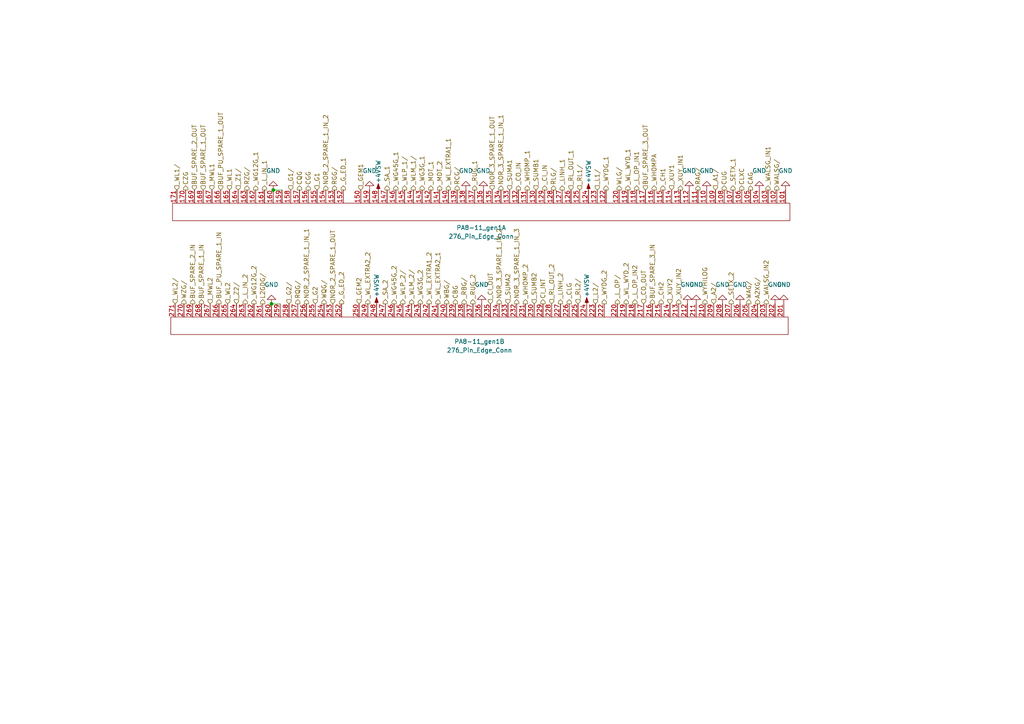
<source format=kicad_sch>
(kicad_sch (version 20211123) (generator eeschema)
  (paper "A4")
  (title_block (title "Logic Flow Diagram - Logic Module A8-A11 Generic") (rev "a") (comment 1 "Ref. Apollo Drawing No. 2005255-, 2005256A, 2005257A, 2005258A") (comment 2 "Important: Pin Layout does not match original Documents") (comment 3 "Side A"))
  (lib_symbols
    (symbol "agc_kicad_components:+4VSW" (power) (pin_names (offset 0))
      (property "Value" "+4VSW" (at 0.127 2.794 0))
      (symbol "+4VSW_0_1"
        (polyline (pts (xy 0 0) (xy 0 0.381)))
        (polyline (pts (xy -0.508 0.381) (xy 0 1.905) (xy 0.508 0.381) (xy -0.381 0.381)) (fill (type outline)))
      )
      (symbol "+4VSW_1_1"
        (pin power_in line (at 0 0 90) (length 0) hide (name "+4VSW") (number "1"))
      )
    )
    (symbol "agc_kicad_components:276_Pin_Edge_Conn" (pin_names (offset 0.254) hide)
      (property "Reference" "P" (at -2.159 -2.286 0))
      (property "Value" "276_Pin_Edge_Conn" (at -3.429 -4.826 0))
      (symbol "276_Pin_Edge_Conn_0_1"
        (rectangle (start -91.44 1.27) (end 87.63 -3.81))
      )
      (symbol "276_Pin_Edge_Conn_1_1"
        (pin passive line (at 86.36 5.08 270) (length 3.81) (name "101") (number "101"))
        (pin passive line (at 83.82 5.08 270) (length 3.81) (name "102") (number "102"))
        (pin passive line (at 81.28 5.08 270) (length 3.81) (name "103") (number "103"))
        (pin passive line (at 78.74 5.08 270) (length 3.81) (name "104") (number "104"))
        (pin passive line (at 76.2 5.08 270) (length 3.81) (name "105") (number "105"))
        (pin passive line (at 73.66 5.08 270) (length 3.81) (name "106") (number "106"))
        (pin passive line (at 71.12 5.08 270) (length 3.81) (name "107") (number "107"))
        (pin passive line (at 68.58 5.08 270) (length 3.81) (name "108") (number "108"))
        (pin passive line (at 66.04 5.08 270) (length 3.81) (name "109") (number "109"))
        (pin passive line (at 63.5 5.08 270) (length 3.81) (name "110") (number "110"))
        (pin passive line (at 60.96 5.08 270) (length 3.81) (name "111") (number "111"))
        (pin passive line (at 58.42 5.08 270) (length 3.81) (name "112") (number "112"))
        (pin passive line (at 55.88 5.08 270) (length 3.81) (name "113") (number "113"))
        (pin passive line (at 53.34 5.08 270) (length 3.81) (name "114") (number "114"))
        (pin passive line (at 50.8 5.08 270) (length 3.81) (name "115") (number "115"))
        (pin passive line (at 48.26 5.08 270) (length 3.81) (name "116") (number "116"))
        (pin passive line (at 45.72 5.08 270) (length 3.81) (name "117") (number "117"))
        (pin passive line (at 43.18 5.08 270) (length 3.81) (name "118") (number "118"))
        (pin passive line (at 40.64 5.08 270) (length 3.81) (name "119") (number "119"))
        (pin passive line (at 38.1 5.08 270) (length 3.81) (name "120") (number "120"))
        (pin passive line (at 34.29 5.08 270) (length 3.81) (name "122") (number "122"))
        (pin passive line (at 31.75 5.08 270) (length 3.81) (name "123") (number "123"))
        (pin passive line (at 29.21 5.08 270) (length 3.81) (name "124") (number "124"))
        (pin passive line (at 26.67 5.08 270) (length 3.81) (name "125") (number "125"))
        (pin passive line (at 24.13 5.08 270) (length 3.81) (name "126") (number "126"))
        (pin passive line (at 21.59 5.08 270) (length 3.81) (name "127") (number "127"))
        (pin passive line (at 19.05 5.08 270) (length 3.81) (name "128") (number "128"))
        (pin passive line (at 16.51 5.08 270) (length 3.81) (name "129") (number "129"))
        (pin passive line (at 13.97 5.08 270) (length 3.81) (name "130") (number "130"))
        (pin passive line (at 11.43 5.08 270) (length 3.81) (name "131") (number "131"))
        (pin passive line (at 8.89 5.08 270) (length 3.81) (name "132") (number "132"))
        (pin passive line (at 6.35 5.08 270) (length 3.81) (name "133") (number "133"))
        (pin passive line (at 3.81 5.08 270) (length 3.81) (name "134") (number "134"))
        (pin passive line (at 1.27 5.08 270) (length 3.81) (name "135") (number "135"))
        (pin passive line (at -1.27 5.08 270) (length 3.81) (name "136") (number "136"))
        (pin passive line (at -3.81 5.08 270) (length 3.81) (name "137") (number "137"))
        (pin passive line (at -6.35 5.08 270) (length 3.81) (name "138") (number "138"))
        (pin passive line (at -8.89 5.08 270) (length 3.81) (name "139") (number "139"))
        (pin passive line (at -11.43 5.08 270) (length 3.81) (name "140") (number "140"))
        (pin passive line (at -13.97 5.08 270) (length 3.81) (name "141") (number "141"))
        (pin passive line (at -16.51 5.08 270) (length 3.81) (name "142") (number "142"))
        (pin passive line (at -19.05 5.08 270) (length 3.81) (name "143") (number "143"))
        (pin passive line (at -21.59 5.08 270) (length 3.81) (name "144") (number "144"))
        (pin passive line (at -24.13 5.08 270) (length 3.81) (name "145") (number "145"))
        (pin passive line (at -26.67 5.08 270) (length 3.81) (name "146") (number "146"))
        (pin passive line (at -29.21 5.08 270) (length 3.81) (name "147") (number "147"))
        (pin passive line (at -31.75 5.08 270) (length 3.81) (name "148") (number "148"))
        (pin passive line (at -34.29 5.08 270) (length 3.81) (name "149") (number "149"))
        (pin passive line (at -36.83 5.08 270) (length 3.81) (name "150") (number "150"))
        (pin passive line (at -41.91 5.08 270) (length 3.81) (name "152") (number "152"))
        (pin passive line (at -44.45 5.08 270) (length 3.81) (name "153") (number "153"))
        (pin passive line (at -46.99 5.08 270) (length 3.81) (name "154") (number "154"))
        (pin passive line (at -49.53 5.08 270) (length 3.81) (name "155") (number "155"))
        (pin passive line (at -52.07 5.08 270) (length 3.81) (name "156") (number "156"))
        (pin passive line (at -54.61 5.08 270) (length 3.81) (name "157") (number "157"))
        (pin passive line (at -57.15 5.08 270) (length 3.81) (name "158") (number "158"))
        (pin passive line (at -59.69 5.08 270) (length 3.81) (name "159") (number "159"))
        (pin passive line (at -62.23 5.08 270) (length 3.81) (name "160") (number "160"))
        (pin passive line (at -64.77 5.08 270) (length 3.81) (name "161") (number "161"))
        (pin passive line (at -67.31 5.08 270) (length 3.81) (name "162") (number "162"))
        (pin passive line (at -69.85 5.08 270) (length 3.81) (name "163") (number "163"))
        (pin passive line (at -72.39 5.08 270) (length 3.81) (name "164") (number "164"))
        (pin passive line (at -74.93 5.08 270) (length 3.81) (name "165") (number "165"))
        (pin passive line (at -77.47 5.08 270) (length 3.81) (name "166") (number "166"))
        (pin passive line (at -80.01 5.08 270) (length 3.81) (name "167") (number "167"))
        (pin passive line (at -82.55 5.08 270) (length 3.81) (name "168") (number "168"))
        (pin passive line (at -85.09 5.08 270) (length 3.81) (name "169") (number "169"))
        (pin passive line (at -87.63 5.08 270) (length 3.81) (name "170") (number "170"))
        (pin passive line (at -90.17 5.08 270) (length 3.81) (name "171") (number "171"))
      )
      (symbol "276_Pin_Edge_Conn_2_1"
        (pin passive line (at 86.36 5.08 270) (length 3.81) (name "201") (number "201"))
        (pin passive line (at 83.82 5.08 270) (length 3.81) (name "202") (number "202"))
        (pin passive line (at 81.28 5.08 270) (length 3.81) (name "203") (number "203"))
        (pin passive line (at 78.74 5.08 270) (length 3.81) (name "204") (number "204"))
        (pin passive line (at 76.2 5.08 270) (length 3.81) (name "205") (number "205"))
        (pin passive line (at 73.66 5.08 270) (length 3.81) (name "206") (number "206"))
        (pin passive line (at 71.12 5.08 270) (length 3.81) (name "207") (number "207"))
        (pin passive line (at 68.58 5.08 270) (length 3.81) (name "208") (number "208"))
        (pin passive line (at 66.04 5.08 270) (length 3.81) (name "209") (number "209"))
        (pin passive line (at 63.5 5.08 270) (length 3.81) (name "210") (number "210"))
        (pin passive line (at 60.96 5.08 270) (length 3.81) (name "211") (number "211"))
        (pin passive line (at 58.42 5.08 270) (length 3.81) (name "212") (number "212"))
        (pin passive line (at 55.88 5.08 270) (length 3.81) (name "213") (number "213"))
        (pin passive line (at 53.34 5.08 270) (length 3.81) (name "214") (number "214"))
        (pin passive line (at 50.8 5.08 270) (length 3.81) (name "215") (number "215"))
        (pin passive line (at 48.26 5.08 270) (length 3.81) (name "216") (number "216"))
        (pin passive line (at 45.72 5.08 270) (length 3.81) (name "217") (number "217"))
        (pin passive line (at 43.18 5.08 270) (length 3.81) (name "218") (number "218"))
        (pin passive line (at 40.64 5.08 270) (length 3.81) (name "219") (number "219"))
        (pin passive line (at 38.1 5.08 270) (length 3.81) (name "220") (number "220"))
        (pin passive line (at 34.29 5.08 270) (length 3.81) (name "222") (number "222"))
        (pin passive line (at 31.75 5.08 270) (length 3.81) (name "223") (number "223"))
        (pin passive line (at 29.21 5.08 270) (length 3.81) (name "224") (number "224"))
        (pin passive line (at 26.67 5.08 270) (length 3.81) (name "225") (number "225"))
        (pin passive line (at 24.13 5.08 270) (length 3.81) (name "226") (number "226"))
        (pin passive line (at 21.59 5.08 270) (length 3.81) (name "227") (number "227"))
        (pin passive line (at 19.05 5.08 270) (length 3.81) (name "228") (number "228"))
        (pin passive line (at 16.51 5.08 270) (length 3.81) (name "229") (number "229"))
        (pin passive line (at 13.97 5.08 270) (length 3.81) (name "230") (number "230"))
        (pin passive line (at 11.43 5.08 270) (length 3.81) (name "231") (number "231"))
        (pin passive line (at 8.89 5.08 270) (length 3.81) (name "232") (number "232"))
        (pin passive line (at 6.35 5.08 270) (length 3.81) (name "233") (number "233"))
        (pin passive line (at 3.81 5.08 270) (length 3.81) (name "234") (number "234"))
        (pin passive line (at 1.27 5.08 270) (length 3.81) (name "235") (number "235"))
        (pin passive line (at -1.27 5.08 270) (length 3.81) (name "236") (number "236"))
        (pin passive line (at -3.81 5.08 270) (length 3.81) (name "237") (number "237"))
        (pin passive line (at -6.35 5.08 270) (length 3.81) (name "238") (number "238"))
        (pin passive line (at -8.89 5.08 270) (length 3.81) (name "239") (number "239"))
        (pin passive line (at -11.43 5.08 270) (length 3.81) (name "240") (number "240"))
        (pin passive line (at -13.97 5.08 270) (length 3.81) (name "241") (number "241"))
        (pin passive line (at -16.51 5.08 270) (length 3.81) (name "242") (number "242"))
        (pin passive line (at -19.05 5.08 270) (length 3.81) (name "243") (number "243"))
        (pin passive line (at -21.59 5.08 270) (length 3.81) (name "244") (number "244"))
        (pin passive line (at -24.13 5.08 270) (length 3.81) (name "245") (number "245"))
        (pin passive line (at -26.67 5.08 270) (length 3.81) (name "246") (number "246"))
        (pin passive line (at -29.21 5.08 270) (length 3.81) (name "247") (number "247"))
        (pin passive line (at -31.75 5.08 270) (length 3.81) (name "248") (number "248"))
        (pin passive line (at -34.29 5.08 270) (length 3.81) (name "249") (number "249"))
        (pin passive line (at -36.83 5.08 270) (length 3.81) (name "250") (number "250"))
        (pin passive line (at -41.91 5.08 270) (length 3.81) (name "252") (number "252"))
        (pin passive line (at -44.45 5.08 270) (length 3.81) (name "253") (number "253"))
        (pin passive line (at -46.99 5.08 270) (length 3.81) (name "254") (number "254"))
        (pin passive line (at -49.53 5.08 270) (length 3.81) (name "255") (number "255"))
        (pin passive line (at -52.07 5.08 270) (length 3.81) (name "256") (number "256"))
        (pin passive line (at -54.61 5.08 270) (length 3.81) (name "257") (number "257"))
        (pin passive line (at -57.15 5.08 270) (length 3.81) (name "258") (number "258"))
        (pin passive line (at -59.69 5.08 270) (length 3.81) (name "259") (number "259"))
        (pin passive line (at -62.23 5.08 270) (length 3.81) (name "260") (number "260"))
        (pin passive line (at -64.77 5.08 270) (length 3.81) (name "261") (number "261"))
        (pin passive line (at -67.31 5.08 270) (length 3.81) (name "262") (number "262"))
        (pin passive line (at -69.85 5.08 270) (length 3.81) (name "263") (number "263"))
        (pin passive line (at -72.39 5.08 270) (length 3.81) (name "264") (number "264"))
        (pin passive line (at -74.93 5.08 270) (length 3.81) (name "265") (number "265"))
        (pin passive line (at -77.47 5.08 270) (length 3.81) (name "266") (number "266"))
        (pin passive line (at -80.01 5.08 270) (length 3.81) (name "267") (number "267"))
        (pin passive line (at -82.55 5.08 270) (length 3.81) (name "268") (number "268"))
        (pin passive line (at -85.09 5.08 270) (length 3.81) (name "269") (number "269"))
        (pin passive line (at -87.63 5.08 270) (length 3.81) (name "270") (number "270"))
        (pin passive line (at -90.17 5.08 270) (length 3.81) (name "271") (number "271"))
      )
      (symbol "276_Pin_Edge_Conn_3_1"
        (pin passive line (at 86.36 5.08 270) (length 3.81) (name "301") (number "301"))
        (pin passive line (at 83.82 5.08 270) (length 3.81) (name "302") (number "302"))
        (pin passive line (at 81.28 5.08 270) (length 3.81) (name "303") (number "303"))
        (pin passive line (at 78.74 5.08 270) (length 3.81) (name "304") (number "304"))
        (pin passive line (at 76.2 5.08 270) (length 3.81) (name "305") (number "305"))
        (pin passive line (at 73.66 5.08 270) (length 3.81) (name "306") (number "306"))
        (pin passive line (at 71.12 5.08 270) (length 3.81) (name "307") (number "307"))
        (pin passive line (at 68.58 5.08 270) (length 3.81) (name "308") (number "308"))
        (pin passive line (at 66.04 5.08 270) (length 3.81) (name "309") (number "309"))
        (pin passive line (at 63.5 5.08 270) (length 3.81) (name "310") (number "310"))
        (pin passive line (at 60.96 5.08 270) (length 3.81) (name "311") (number "311"))
        (pin passive line (at 58.42 5.08 270) (length 3.81) (name "312") (number "312"))
        (pin passive line (at 55.88 5.08 270) (length 3.81) (name "313") (number "313"))
        (pin passive line (at 53.34 5.08 270) (length 3.81) (name "314") (number "314"))
        (pin passive line (at 50.8 5.08 270) (length 3.81) (name "315") (number "315"))
        (pin passive line (at 48.26 5.08 270) (length 3.81) (name "316") (number "316"))
        (pin passive line (at 45.72 5.08 270) (length 3.81) (name "317") (number "317"))
        (pin passive line (at 43.18 5.08 270) (length 3.81) (name "318") (number "318"))
        (pin passive line (at 40.64 5.08 270) (length 3.81) (name "319") (number "319"))
        (pin passive line (at 38.1 5.08 270) (length 3.81) (name "320") (number "320"))
        (pin passive line (at 34.29 5.08 270) (length 3.81) (name "322") (number "322"))
        (pin passive line (at 31.75 5.08 270) (length 3.81) (name "323") (number "323"))
        (pin passive line (at 29.21 5.08 270) (length 3.81) (name "324") (number "324"))
        (pin passive line (at 26.67 5.08 270) (length 3.81) (name "325") (number "325"))
        (pin passive line (at 24.13 5.08 270) (length 3.81) (name "326") (number "326"))
        (pin passive line (at 21.59 5.08 270) (length 3.81) (name "327") (number "327"))
        (pin passive line (at 19.05 5.08 270) (length 3.81) (name "328") (number "328"))
        (pin passive line (at 16.51 5.08 270) (length 3.81) (name "329") (number "329"))
        (pin passive line (at 13.97 5.08 270) (length 3.81) (name "330") (number "330"))
        (pin passive line (at 11.43 5.08 270) (length 3.81) (name "331") (number "331"))
        (pin passive line (at 8.89 5.08 270) (length 3.81) (name "332") (number "332"))
        (pin passive line (at 6.35 5.08 270) (length 3.81) (name "333") (number "333"))
        (pin passive line (at 3.81 5.08 270) (length 3.81) (name "334") (number "334"))
        (pin passive line (at 1.27 5.08 270) (length 3.81) (name "335") (number "335"))
        (pin passive line (at -1.27 5.08 270) (length 3.81) (name "336") (number "336"))
        (pin passive line (at -3.81 5.08 270) (length 3.81) (name "337") (number "337"))
        (pin passive line (at -6.35 5.08 270) (length 3.81) (name "338") (number "338"))
        (pin passive line (at -8.89 5.08 270) (length 3.81) (name "339") (number "339"))
        (pin passive line (at -11.43 5.08 270) (length 3.81) (name "340") (number "340"))
        (pin passive line (at -13.97 5.08 270) (length 3.81) (name "341") (number "341"))
        (pin passive line (at -16.51 5.08 270) (length 3.81) (name "342") (number "342"))
        (pin passive line (at -19.05 5.08 270) (length 3.81) (name "343") (number "343"))
        (pin passive line (at -21.59 5.08 270) (length 3.81) (name "344") (number "344"))
        (pin passive line (at -24.13 5.08 270) (length 3.81) (name "345") (number "345"))
        (pin passive line (at -26.67 5.08 270) (length 3.81) (name "346") (number "346"))
        (pin passive line (at -29.21 5.08 270) (length 3.81) (name "347") (number "347"))
        (pin passive line (at -31.75 5.08 270) (length 3.81) (name "348") (number "348"))
        (pin passive line (at -34.29 5.08 270) (length 3.81) (name "349") (number "349"))
        (pin passive line (at -36.83 5.08 270) (length 3.81) (name "350") (number "350"))
        (pin passive line (at -41.91 5.08 270) (length 3.81) (name "352") (number "352"))
        (pin passive line (at -44.45 5.08 270) (length 3.81) (name "353") (number "353"))
        (pin passive line (at -46.99 5.08 270) (length 3.81) (name "354") (number "354"))
        (pin passive line (at -49.53 5.08 270) (length 3.81) (name "355") (number "355"))
        (pin passive line (at -52.07 5.08 270) (length 3.81) (name "356") (number "356"))
        (pin passive line (at -54.61 5.08 270) (length 3.81) (name "357") (number "357"))
        (pin passive line (at -57.15 5.08 270) (length 3.81) (name "358") (number "358"))
        (pin passive line (at -59.69 5.08 270) (length 3.81) (name "359") (number "359"))
        (pin passive line (at -62.23 5.08 270) (length 3.81) (name "360") (number "360"))
        (pin passive line (at -64.77 5.08 270) (length 3.81) (name "361") (number "361"))
        (pin passive line (at -67.31 5.08 270) (length 3.81) (name "362") (number "362"))
        (pin passive line (at -69.85 5.08 270) (length 3.81) (name "363") (number "363"))
        (pin passive line (at -72.39 5.08 270) (length 3.81) (name "364") (number "364"))
        (pin passive line (at -74.93 5.08 270) (length 3.81) (name "365") (number "365"))
        (pin passive line (at -77.47 5.08 270) (length 3.81) (name "366") (number "366"))
        (pin passive line (at -80.01 5.08 270) (length 3.81) (name "367") (number "367"))
        (pin passive line (at -82.55 5.08 270) (length 3.81) (name "368") (number "368"))
        (pin passive line (at -85.09 5.08 270) (length 3.81) (name "369") (number "369"))
        (pin passive line (at -87.63 5.08 270) (length 3.81) (name "370") (number "370"))
        (pin passive line (at -90.17 5.08 270) (length 3.81) (name "371") (number "371"))
      )
      (symbol "276_Pin_Edge_Conn_4_1"
        (pin passive line (at 86.36 5.08 270) (length 3.81) (name "401") (number "401"))
        (pin passive line (at 83.82 5.08 270) (length 3.81) (name "402") (number "402"))
        (pin passive line (at 81.28 5.08 270) (length 3.81) (name "403") (number "403"))
        (pin passive line (at 78.74 5.08 270) (length 3.81) (name "404") (number "404"))
        (pin passive line (at 76.2 5.08 270) (length 3.81) (name "405") (number "405"))
        (pin passive line (at 73.66 5.08 270) (length 3.81) (name "406") (number "406"))
        (pin passive line (at 71.12 5.08 270) (length 3.81) (name "407") (number "407"))
        (pin passive line (at 68.58 5.08 270) (length 3.81) (name "408") (number "408"))
        (pin passive line (at 66.04 5.08 270) (length 3.81) (name "409") (number "409"))
        (pin passive line (at 63.5 5.08 270) (length 3.81) (name "410") (number "410"))
        (pin passive line (at 60.96 5.08 270) (length 3.81) (name "411") (number "411"))
        (pin passive line (at 58.42 5.08 270) (length 3.81) (name "412") (number "412"))
        (pin passive line (at 55.88 5.08 270) (length 3.81) (name "413") (number "413"))
        (pin passive line (at 53.34 5.08 270) (length 3.81) (name "414") (number "414"))
        (pin passive line (at 50.8 5.08 270) (length 3.81) (name "415") (number "415"))
        (pin passive line (at 48.26 5.08 270) (length 3.81) (name "416") (number "416"))
        (pin passive line (at 45.72 5.08 270) (length 3.81) (name "417") (number "417"))
        (pin passive line (at 43.18 5.08 270) (length 3.81) (name "418") (number "418"))
        (pin passive line (at 40.64 5.08 270) (length 3.81) (name "419") (number "419"))
        (pin passive line (at 38.1 5.08 270) (length 3.81) (name "420") (number "420"))
        (pin passive line (at 34.29 5.08 270) (length 3.81) (name "422") (number "422"))
        (pin passive line (at 31.75 5.08 270) (length 3.81) (name "423") (number "423"))
        (pin passive line (at 29.21 5.08 270) (length 3.81) (name "424") (number "424"))
        (pin passive line (at 26.67 5.08 270) (length 3.81) (name "425") (number "425"))
        (pin passive line (at 24.13 5.08 270) (length 3.81) (name "426") (number "426"))
        (pin passive line (at 21.59 5.08 270) (length 3.81) (name "427") (number "427"))
        (pin passive line (at 19.05 5.08 270) (length 3.81) (name "428") (number "428"))
        (pin passive line (at 16.51 5.08 270) (length 3.81) (name "429") (number "429"))
        (pin passive line (at 13.97 5.08 270) (length 3.81) (name "430") (number "430"))
        (pin passive line (at 11.43 5.08 270) (length 3.81) (name "431") (number "431"))
        (pin passive line (at 8.89 5.08 270) (length 3.81) (name "432") (number "432"))
        (pin passive line (at 6.35 5.08 270) (length 3.81) (name "433") (number "433"))
        (pin passive line (at 3.81 5.08 270) (length 3.81) (name "434") (number "434"))
        (pin passive line (at 1.27 5.08 270) (length 3.81) (name "435") (number "435"))
        (pin passive line (at -1.27 5.08 270) (length 3.81) (name "436") (number "436"))
        (pin passive line (at -3.81 5.08 270) (length 3.81) (name "437") (number "437"))
        (pin passive line (at -6.35 5.08 270) (length 3.81) (name "438") (number "438"))
        (pin passive line (at -8.89 5.08 270) (length 3.81) (name "439") (number "439"))
        (pin passive line (at -11.43 5.08 270) (length 3.81) (name "440") (number "440"))
        (pin passive line (at -13.97 5.08 270) (length 3.81) (name "441") (number "441"))
        (pin passive line (at -16.51 5.08 270) (length 3.81) (name "442") (number "442"))
        (pin passive line (at -19.05 5.08 270) (length 3.81) (name "443") (number "443"))
        (pin passive line (at -21.59 5.08 270) (length 3.81) (name "444") (number "444"))
        (pin passive line (at -24.13 5.08 270) (length 3.81) (name "445") (number "445"))
        (pin passive line (at -26.67 5.08 270) (length 3.81) (name "446") (number "446"))
        (pin passive line (at -29.21 5.08 270) (length 3.81) (name "447") (number "447"))
        (pin passive line (at -31.75 5.08 270) (length 3.81) (name "448") (number "448"))
        (pin passive line (at -34.29 5.08 270) (length 3.81) (name "449") (number "449"))
        (pin passive line (at -36.83 5.08 270) (length 3.81) (name "450") (number "450"))
        (pin passive line (at -41.91 5.08 270) (length 3.81) (name "452") (number "452"))
        (pin passive line (at -44.45 5.08 270) (length 3.81) (name "453") (number "453"))
        (pin passive line (at -46.99 5.08 270) (length 3.81) (name "454") (number "454"))
        (pin passive line (at -49.53 5.08 270) (length 3.81) (name "455") (number "455"))
        (pin passive line (at -52.07 5.08 270) (length 3.81) (name "456") (number "456"))
        (pin passive line (at -54.61 5.08 270) (length 3.81) (name "457") (number "457"))
        (pin passive line (at -57.15 5.08 270) (length 3.81) (name "458") (number "458"))
        (pin passive line (at -59.69 5.08 270) (length 3.81) (name "459") (number "459"))
        (pin passive line (at -62.23 5.08 270) (length 3.81) (name "460") (number "460"))
        (pin passive line (at -64.77 5.08 270) (length 3.81) (name "461") (number "461"))
        (pin passive line (at -67.31 5.08 270) (length 3.81) (name "462") (number "462"))
        (pin passive line (at -69.85 5.08 270) (length 3.81) (name "463") (number "463"))
        (pin passive line (at -72.39 5.08 270) (length 3.81) (name "464") (number "464"))
        (pin passive line (at -74.93 5.08 270) (length 3.81) (name "465") (number "465"))
        (pin passive line (at -77.47 5.08 270) (length 3.81) (name "466") (number "466"))
        (pin passive line (at -80.01 5.08 270) (length 3.81) (name "467") (number "467"))
        (pin passive line (at -82.55 5.08 270) (length 4.81) (name "468") (number "468"))
        (pin passive line (at -85.09 5.08 270) (length 3.81) (name "469") (number "469"))
        (pin passive line (at -87.63 5.08 270) (length 3.81) (name "470") (number "470"))
        (pin passive line (at -90.17 5.08 270) (length 3.81) (name "471") (number "471"))
      )
    )
    (symbol "power:GND" (power) (pin_names (offset 0))
      (property "Value" "GND" (at 0 -3.81 0))
      (symbol "GND_0_1"
        (polyline (pts (xy 0 0) (xy 0 -1.27) (xy 1.27 -1.27) (xy 0 -2.54) (xy -1.27 -1.27) (xy 0 -1.27)))
      )
      (symbol "GND_1_1"
        (pin power_in line (at 0 0 270) (length 0) hide (name "GND") (number "1"))
      )
    )
  )
  (junction (at 78.74 88.138))
  (junction (at 79.248 55.118))
  (wire (pts (xy 78.74 88.138) (xy 81.28 88.138)))
  (wire (pts (xy 79.248 55.118) (xy 81.788 55.118)))
  (hierarchical_label "_SA_1" (shape output) (at 112.268 55.118 90))
  (hierarchical_label "_L_OP{slash}" (shape output) (at 179.07 88.138 90))
  (hierarchical_label "_SUMA2" (shape input) (at 147.32 88.138 90))
  (hierarchical_label "_Z1{slash}" (shape input) (at 69.088 55.118 90))
  (hierarchical_label "_L1{slash}" (shape input) (at 173.228 55.118 90))
  (hierarchical_label "_XUY1" (shape input) (at 194.818 55.118 90))
  (hierarchical_label "_RUG_2" (shape output) (at 137.16 88.138 90))
  (hierarchical_label "_WL2{slash}" (shape input) (at 50.8 88.138 90))
  (hierarchical_label "WLG{slash}" (shape output) (at 179.578 55.118 90))
  (hierarchical_label "_L_OP_IN1" (shape output) (at 184.658 55.118 90))
  (hierarchical_label "_CO_OUT" (shape input) (at 186.69 88.138 90))
  (hierarchical_label "A2XG{slash}" (shape output) (at 219.71 88.138 90))
  (hierarchical_label "_MWL2" (shape input) (at 60.96 88.138 90))
  (hierarchical_label "_CO_IN" (shape output) (at 150.368 55.118 90))
  (hierarchical_label "_WHOMP_1" (shape output) (at 152.908 55.118 90))
  (hierarchical_label "_L_IN_1" (shape output) (at 76.708 55.118 90))
  (hierarchical_label "NOR_3_SPARE_1_IN_2" (shape output) (at 144.78 88.138 90))
  (hierarchical_label "BUF_SPARE_2_IN" (shape output) (at 55.88 88.138 90))
  (hierarchical_label "CI_INT" (shape output) (at 157.48 88.138 90))
  (hierarchical_label "BUF_SPARE_3_IN" (shape output) (at 189.23 88.138 90))
  (hierarchical_label "_WL1" (shape input) (at 66.548 55.118 90))
  (hierarchical_label "WAG{slash}" (shape output) (at 217.17 88.138 90))
  (hierarchical_label "CBG" (shape output) (at 132.08 88.138 90))
  (hierarchical_label "_WYHILOG" (shape output) (at 204.47 88.138 90))
  (hierarchical_label "_MDT_2" (shape output) (at 127.508 55.118 90))
  (hierarchical_label "_WG12G_1" (shape output) (at 74.168 55.118 90))
  (hierarchical_label "RAG{slash}" (shape output) (at 202.438 55.118 90))
  (hierarchical_label "_A1{slash}" (shape input) (at 207.518 55.118 90))
  (hierarchical_label "_L2{slash}" (shape input) (at 172.72 88.138 90))
  (hierarchical_label "_SUMB2" (shape input) (at 154.94 88.138 90))
  (hierarchical_label "_CI_OUT" (shape input) (at 142.24 88.138 90))
  (hierarchical_label "BUF_SPARE_1_IN" (shape output) (at 58.42 88.138 90))
  (hierarchical_label "_Z2{slash}" (shape input) (at 68.58 88.138 90))
  (hierarchical_label "_WG3G_2" (shape output) (at 121.92 88.138 90))
  (hierarchical_label "_RUG_1" (shape output) (at 137.668 55.118 90))
  (hierarchical_label "_G_ED_2" (shape output) (at 99.06 88.138 90))
  (hierarchical_label "_SA_2" (shape output) (at 111.76 88.138 90))
  (hierarchical_label "WZG{slash}" (shape output) (at 53.34 88.138 90))
  (hierarchical_label "_SETX_1" (shape output) (at 212.598 55.118 90))
  (hierarchical_label "_WL_WYD_1" (shape output) (at 182.118 55.118 90))
  (hierarchical_label "_G_ED_1" (shape output) (at 99.568 55.118 90))
  (hierarchical_label "_L_OP_IN2" (shape output) (at 184.15 88.138 90))
  (hierarchical_label "CQG" (shape output) (at 86.868 55.118 90))
  (hierarchical_label "_WLM_2{slash}" (shape output) (at 119.38 88.138 90))
  (hierarchical_label "CLXC" (shape output) (at 215.138 55.118 90))
  (hierarchical_label "_RBG{slash}" (shape output) (at 134.62 88.138 90))
  (hierarchical_label "NOR_3_SPARE_1_OUT" (shape input) (at 142.748 55.118 90))
  (hierarchical_label "_MDT_1" (shape output) (at 124.968 55.118 90))
  (hierarchical_label "RGG{slash}" (shape output) (at 97.028 55.118 90))
  (hierarchical_label "_WL2" (shape input) (at 66.04 88.138 90))
  (hierarchical_label "L2GDG{slash}" (shape output) (at 76.2 88.138 90))
  (hierarchical_label "_WL1{slash}" (shape input) (at 51.308 55.118 90))
  (hierarchical_label "_WG45G_2" (shape output) (at 114.3 88.138 90))
  (hierarchical_label "_MWL1" (shape input) (at 61.468 55.118 90))
  (hierarchical_label "_RL_OUT_2" (shape input) (at 160.02 88.138 90))
  (hierarchical_label "_SUMB1" (shape input) (at 155.448 55.118 90))
  (hierarchical_label "_XUY_IN2" (shape output) (at 196.85 88.138 90))
  (hierarchical_label "_WL_EXTRA1_2" (shape output) (at 124.46 88.138 90))
  (hierarchical_label "WALSG{slash}" (shape output) (at 225.298 55.118 90))
  (hierarchical_label "_G2" (shape input) (at 91.44 88.138 90))
  (hierarchical_label "_WYDG_2" (shape output) (at 175.26 88.138 90))
  (hierarchical_label "_WG45G_1" (shape output) (at 114.808 55.118 90))
  (hierarchical_label "NOR_2_SPARE_1_OUT" (shape input) (at 96.52 88.138 90))
  (hierarchical_label "RCG{slash}" (shape output) (at 132.588 55.118 90))
  (hierarchical_label "_RL2{slash}" (shape input) (at 167.64 88.138 90))
  (hierarchical_label "_G1" (shape input) (at 91.948 55.118 90))
  (hierarchical_label "_A2{slash}" (shape input) (at 207.01 88.138 90))
  (hierarchical_label "RLG{slash}" (shape output) (at 160.528 55.118 90))
  (hierarchical_label "_WL_EXTRA2_2" (shape output) (at 106.68 88.138 90))
  (hierarchical_label "_LINH_1" (shape output) (at 163.068 55.118 90))
  (hierarchical_label "NOR_2_SPARE_1_IN_2" (shape output) (at 94.488 55.118 90))
  (hierarchical_label "BUF_SPARE_2_OUT" (shape input) (at 56.388 55.118 90))
  (hierarchical_label "_L_IN_2" (shape output) (at 71.12 88.138 90))
  (hierarchical_label "RQG{slash}" (shape output) (at 86.36 88.138 90))
  (hierarchical_label "BUF_PU_SPARE_1_IN" (shape output) (at 63.5 88.138 90))
  (hierarchical_label "_RL1{slash}" (shape input) (at 168.148 55.118 90))
  (hierarchical_label "_CH2" (shape output) (at 191.77 88.138 90))
  (hierarchical_label "NOR_3_SPARE_1_IN_3" (shape output) (at 149.86 88.138 90))
  (hierarchical_label "CAG" (shape output) (at 217.678 55.118 90))
  (hierarchical_label "WQG{slash}" (shape output) (at 93.98 88.138 90))
  (hierarchical_label "_WLP_1{slash}" (shape output) (at 117.348 55.118 90))
  (hierarchical_label "_WL_EXTRA1_1" (shape output) (at 130.048 55.118 90))
  (hierarchical_label "_WL_EXTRA2_1" (shape output) (at 127 88.138 90))
  (hierarchical_label "BUF_SPARE_3_OUT" (shape input) (at 187.198 55.118 90))
  (hierarchical_label "_LINH_2" (shape output) (at 162.56 88.138 90))
  (hierarchical_label "_WALSG_IN1" (shape output) (at 222.758 55.118 90))
  (hierarchical_label "_SETX_2" (shape output) (at 212.09 88.138 90))
  (hierarchical_label "_XUY2" (shape input) (at 194.31 88.138 90))
  (hierarchical_label "WBG{slash}" (shape output) (at 129.54 88.138 90))
  (hierarchical_label "NOR_3_SPARE_1_IN_1" (shape output) (at 145.288 55.118 90))
  (hierarchical_label "_WHOMPA" (shape output) (at 189.738 55.118 90))
  (hierarchical_label "_CH1" (shape output) (at 192.278 55.118 90))
  (hierarchical_label "_WG12G_2" (shape output) (at 73.66 88.138 90))
  (hierarchical_label "RZG{slash}" (shape output) (at 71.628 55.118 90))
  (hierarchical_label "CGG" (shape output) (at 89.408 55.118 90))
  (hierarchical_label "CZG" (shape output) (at 53.848 55.118 90))
  (hierarchical_label "_CLG" (shape output) (at 165.1 88.138 90))
  (hierarchical_label "_WL_WYD_2" (shape output) (at 181.61 88.138 90))
  (hierarchical_label "_WYDG_1" (shape output) (at 175.768 55.118 90))
  (hierarchical_label "_WALSG_IN2" (shape output) (at 222.25 88.138 90))
  (hierarchical_label "NOR_2_SPARE_1_IN_1" (shape output) (at 88.9 88.138 90))
  (hierarchical_label "_SUMA1" (shape input) (at 147.828 55.118 90))
  (hierarchical_label "_G2{slash}" (shape input) (at 83.82 88.138 90))
  (hierarchical_label "_WLM_1{slash}" (shape output) (at 119.888 55.118 90))
  (hierarchical_label "_GEM1" (shape input) (at 104.648 55.118 90))
  (hierarchical_label "_RL_OUT_1" (shape input) (at 165.608 55.118 90))
  (hierarchical_label "_WLP_2{slash}" (shape output) (at 116.84 88.138 90))
  (hierarchical_label "_GEM2" (shape input) (at 104.14 88.138 90))
  (hierarchical_label "_G1{slash}" (shape input) (at 84.328 55.118 90))
  (hierarchical_label "_XUY_IN1" (shape output) (at 197.358 55.118 90))
  (hierarchical_label "_CI_IN" (shape output) (at 157.988 55.118 90))
  (hierarchical_label "BUF_SPARE_1_OUT" (shape input) (at 58.928 55.118 90))
  (hierarchical_label "BUF_PU_SPARE_1_OUT" (shape input) (at 64.008 55.118 90))
  (hierarchical_label "_WG3G_1" (shape output) (at 122.428 55.118 90))
  (hierarchical_label "CUG" (shape output) (at 210.058 55.118 90))
  (hierarchical_label "_WHOMP_2" (shape output) (at 152.4 88.138 90))
  (symbol (lib_id "agc_kicad_components:+4VSW") (at 109.728 55.118 0) (unit 1)
    (property "Reference" "#PWR0134" (effects hide))
    (property "Value" "+4VSW" (at 109.728 49.784 90))
  )
  (symbol (lib_id "power:GND") (at 107.188 55.118 180) (unit 1)
    (property "Reference" "#PWR0156" (effects hide))
    (property "Value" "GND" (at 107.188 49.53 0))
  )
  (symbol (lib_id "agc_kicad_components:+4VSW") (at 170.688 55.118 0) (unit 1)
    (property "Reference" "#PWR0136" (effects hide))
    (property "Value" "+4VSW" (at 170.688 49.784 90))
  )
  (symbol (lib_id "power:GND") (at 79.248 55.118 180) (unit 1)
    (property "Reference" "#PWR0121" (effects hide))
    (property "Value" "GND" (at 79.248 49.53 0))
  )
  (symbol (lib_id "agc_kicad_components:+4VSW") (at 109.22 88.138 0) (unit 1)
    (property "Reference" "#PWR0135" (effects hide))
    (property "Value" "+4VSW" (at 109.22 82.804 90))
  )
  (symbol (lib_id "power:GND") (at 204.978 55.118 180) (unit 1)
    (property "Reference" "#PWR0160" (effects hide))
    (property "Value" "GND" (at 204.978 49.53 0))
  )
  (symbol (lib_id "power:GND") (at 214.63 88.138 180) (unit 1)
    (property "Reference" "#PWR0162" (effects hide))
    (property "Value" "GND" (at 214.63 82.55 0))
  )
  (symbol (lib_id "agc_kicad_components:+4VSW") (at 170.18 88.138 0) (unit 1)
    (property "Reference" "#PWR0137" (effects hide))
    (property "Value" "+4VSW" (at 170.18 82.804 90))
  )
  (symbol (lib_id "power:GND") (at 140.208 55.118 180) (unit 1)
    (property "Reference" "#PWR0122" (effects hide))
    (property "Value" "GND" (at 140.208 49.53 0))
  )
  (symbol (lib_id "power:GND") (at 227.838 55.118 180) (unit 1)
    (property "Reference" "#PWR0164" (effects hide))
    (property "Value" "GND" (at 227.838 49.53 0))
  )
  (symbol (lib_id "power:GND") (at 201.93 88.138 180) (unit 1)
    (property "Reference" "#PWR0165" (effects hide))
    (property "Value" "GND" (at 201.93 82.55 0))
  )
  (symbol (lib_id "power:GND") (at 135.128 55.118 180) (unit 1)
    (property "Reference" "#PWR0176" (effects hide))
    (property "Value" "GND" (at 135.128 49.53 0))
  )
  (symbol (lib_id "power:GND") (at 199.898 55.118 180) (unit 1)
    (property "Reference" "#PWR0145" (effects hide))
    (property "Value" "GND" (at 199.898 49.53 0))
  )
  (symbol (lib_id "power:GND") (at 199.39 88.138 180) (unit 1)
    (property "Reference" "#PWR0144" (effects hide))
    (property "Value" "GND" (at 199.39 82.55 0))
  )
  (symbol (lib_id "agc_kicad_components:276_Pin_Edge_Conn") (at 141.478 60.198 0) (unit 1)
    (property "Reference" "PA8-11_gen1" (at 139.573 66.04 0))
    (property "Value" "276_Pin_Edge_Conn" (at 139.573 68.58 0))
    (property "Footprint" "agc_footprints:276_Pin_Edge_Con" (effects hide))
  )
  (symbol (lib_id "agc_kicad_components:276_Pin_Edge_Conn") (at 140.97 93.218 0) (unit 2)
    (property "Reference" "PA8-11_gen1" (at 139.065 99.06 0))
    (property "Value" "276_Pin_Edge_Conn" (at 139.065 101.6 0))
    (property "Footprint" "agc_footprints:276_Pin_Edge_Con" (effects hide))
  )
  (symbol (lib_id "power:GND") (at 227.33 88.138 180) (unit 1)
    (property "Reference" "#PWR0167" (effects hide))
    (property "Value" "GND" (at 227.33 82.55 0))
  )
  (symbol (lib_id "power:GND") (at 139.7 88.138 180) (unit 1)
    (property "Reference" "#PWR0123" (effects hide))
    (property "Value" "GND" (at 139.7 82.55 0))
  )
  (symbol (lib_id "power:GND") (at 220.218 55.118 180) (unit 1)
    (property "Reference" "#PWR0163" (effects hide))
    (property "Value" "GND" (at 220.218 49.53 0))
  )
  (symbol (lib_id "power:GND") (at 78.74 88.138 180) (unit 1)
    (property "Reference" "#PWR0120" (effects hide))
    (property "Value" "GND" (at 78.74 82.55 0))
  )
  (symbol (lib_id "power:GND") (at 224.79 88.138 180) (unit 1)
    (property "Reference" "#PWR0166" (effects hide))
    (property "Value" "GND" (at 224.79 82.55 0))
  )
  (symbol (lib_id "power:GND") (at 209.55 88.138 180) (unit 1)
    (property "Reference" "#PWR0161" (effects hide))
    (property "Value" "GND" (at 209.55 82.55 0))
  )
)
</source>
